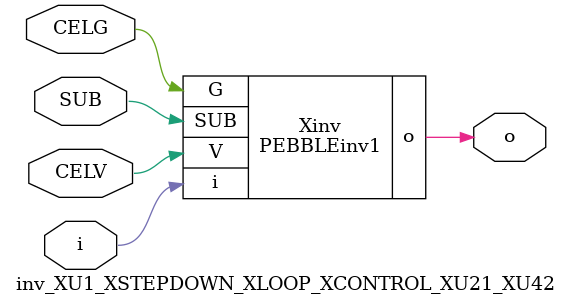
<source format=v>



module PEBBLEinv1 ( o, G, SUB, V, i );

  input V;
  input i;
  input G;
  output o;
  input SUB;
endmodule

//Celera Confidential Do Not Copy inv_XU1_XSTEPDOWN_XLOOP_XCONTROL_XU21_XU42
//Celera Confidential Symbol Generator
//5V Inverter
module inv_XU1_XSTEPDOWN_XLOOP_XCONTROL_XU21_XU42 (CELV,CELG,i,o,SUB);
input CELV;
input CELG;
input i;
input SUB;
output o;

//Celera Confidential Do Not Copy inv
PEBBLEinv1 Xinv(
.V (CELV),
.i (i),
.o (o),
.SUB (SUB),
.G (CELG)
);
//,diesize,PEBBLEinv1

//Celera Confidential Do Not Copy Module End
//Celera Schematic Generator
endmodule

</source>
